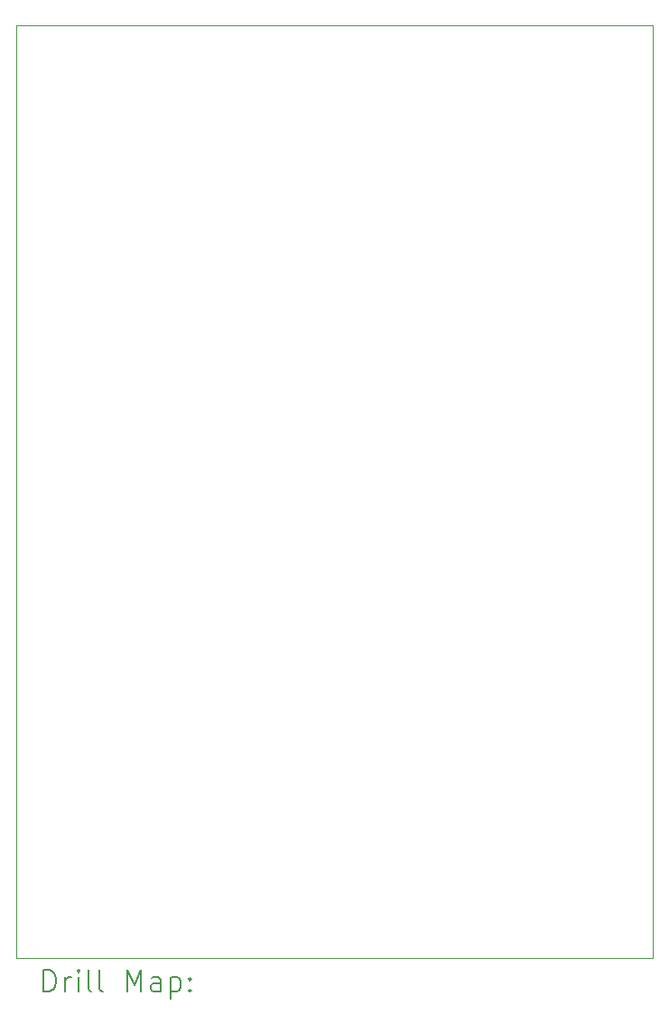
<source format=gbr>
%TF.GenerationSoftware,KiCad,Pcbnew,7.0.5*%
%TF.CreationDate,2023-06-25T17:44:10+02:00*%
%TF.ProjectId,test,74657374-2e6b-4696-9361-645f70636258,rev?*%
%TF.SameCoordinates,Original*%
%TF.FileFunction,Drillmap*%
%TF.FilePolarity,Positive*%
%FSLAX45Y45*%
G04 Gerber Fmt 4.5, Leading zero omitted, Abs format (unit mm)*
G04 Created by KiCad (PCBNEW 7.0.5) date 2023-06-25 17:44:10*
%MOMM*%
%LPD*%
G01*
G04 APERTURE LIST*
%ADD10C,0.100000*%
%ADD11C,0.200000*%
G04 APERTURE END LIST*
D10*
X13690600Y-3263900D02*
X19659600Y-3263900D01*
X19659600Y-12001500D01*
X13690600Y-12001500D01*
X13690600Y-3263900D01*
D11*
X13946377Y-12317984D02*
X13946377Y-12117984D01*
X13946377Y-12117984D02*
X13993996Y-12117984D01*
X13993996Y-12117984D02*
X14022567Y-12127508D01*
X14022567Y-12127508D02*
X14041615Y-12146555D01*
X14041615Y-12146555D02*
X14051139Y-12165603D01*
X14051139Y-12165603D02*
X14060662Y-12203698D01*
X14060662Y-12203698D02*
X14060662Y-12232269D01*
X14060662Y-12232269D02*
X14051139Y-12270365D01*
X14051139Y-12270365D02*
X14041615Y-12289412D01*
X14041615Y-12289412D02*
X14022567Y-12308460D01*
X14022567Y-12308460D02*
X13993996Y-12317984D01*
X13993996Y-12317984D02*
X13946377Y-12317984D01*
X14146377Y-12317984D02*
X14146377Y-12184650D01*
X14146377Y-12222746D02*
X14155901Y-12203698D01*
X14155901Y-12203698D02*
X14165424Y-12194174D01*
X14165424Y-12194174D02*
X14184472Y-12184650D01*
X14184472Y-12184650D02*
X14203520Y-12184650D01*
X14270186Y-12317984D02*
X14270186Y-12184650D01*
X14270186Y-12117984D02*
X14260662Y-12127508D01*
X14260662Y-12127508D02*
X14270186Y-12137031D01*
X14270186Y-12137031D02*
X14279710Y-12127508D01*
X14279710Y-12127508D02*
X14270186Y-12117984D01*
X14270186Y-12117984D02*
X14270186Y-12137031D01*
X14393996Y-12317984D02*
X14374948Y-12308460D01*
X14374948Y-12308460D02*
X14365424Y-12289412D01*
X14365424Y-12289412D02*
X14365424Y-12117984D01*
X14498758Y-12317984D02*
X14479710Y-12308460D01*
X14479710Y-12308460D02*
X14470186Y-12289412D01*
X14470186Y-12289412D02*
X14470186Y-12117984D01*
X14727329Y-12317984D02*
X14727329Y-12117984D01*
X14727329Y-12117984D02*
X14793996Y-12260841D01*
X14793996Y-12260841D02*
X14860662Y-12117984D01*
X14860662Y-12117984D02*
X14860662Y-12317984D01*
X15041615Y-12317984D02*
X15041615Y-12213222D01*
X15041615Y-12213222D02*
X15032091Y-12194174D01*
X15032091Y-12194174D02*
X15013043Y-12184650D01*
X15013043Y-12184650D02*
X14974948Y-12184650D01*
X14974948Y-12184650D02*
X14955901Y-12194174D01*
X15041615Y-12308460D02*
X15022567Y-12317984D01*
X15022567Y-12317984D02*
X14974948Y-12317984D01*
X14974948Y-12317984D02*
X14955901Y-12308460D01*
X14955901Y-12308460D02*
X14946377Y-12289412D01*
X14946377Y-12289412D02*
X14946377Y-12270365D01*
X14946377Y-12270365D02*
X14955901Y-12251317D01*
X14955901Y-12251317D02*
X14974948Y-12241793D01*
X14974948Y-12241793D02*
X15022567Y-12241793D01*
X15022567Y-12241793D02*
X15041615Y-12232269D01*
X15136853Y-12184650D02*
X15136853Y-12384650D01*
X15136853Y-12194174D02*
X15155901Y-12184650D01*
X15155901Y-12184650D02*
X15193996Y-12184650D01*
X15193996Y-12184650D02*
X15213043Y-12194174D01*
X15213043Y-12194174D02*
X15222567Y-12203698D01*
X15222567Y-12203698D02*
X15232091Y-12222746D01*
X15232091Y-12222746D02*
X15232091Y-12279888D01*
X15232091Y-12279888D02*
X15222567Y-12298936D01*
X15222567Y-12298936D02*
X15213043Y-12308460D01*
X15213043Y-12308460D02*
X15193996Y-12317984D01*
X15193996Y-12317984D02*
X15155901Y-12317984D01*
X15155901Y-12317984D02*
X15136853Y-12308460D01*
X15317805Y-12298936D02*
X15327329Y-12308460D01*
X15327329Y-12308460D02*
X15317805Y-12317984D01*
X15317805Y-12317984D02*
X15308282Y-12308460D01*
X15308282Y-12308460D02*
X15317805Y-12298936D01*
X15317805Y-12298936D02*
X15317805Y-12317984D01*
X15317805Y-12194174D02*
X15327329Y-12203698D01*
X15327329Y-12203698D02*
X15317805Y-12213222D01*
X15317805Y-12213222D02*
X15308282Y-12203698D01*
X15308282Y-12203698D02*
X15317805Y-12194174D01*
X15317805Y-12194174D02*
X15317805Y-12213222D01*
M02*

</source>
